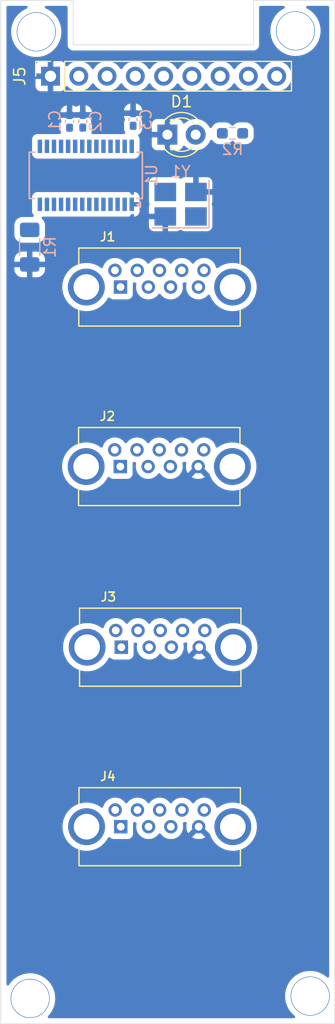
<source format=kicad_pcb>
(kicad_pcb (version 20240108) (generator "pcbnew") (generator_version "8.0")
  (layers (0 "F.Cu" signal) (31 "B.Cu" signal) (34 "B.Paste" user) (35 "F.Paste" user) (36 "B.SilkS" user "B.Silkscreen") (37 "F.SilkS" user "F.Silkscreen") (38 "B.Mask" user) (39 "F.Mask" user) (44 "Edge.Cuts" user))
  (net 0 "")
  (net 1 "GND")
  (net 2 "+5V")
  (net 3 "Net-(U1-OVCJ)")
  (net 4 "Net-(U1-VD18)")
  (net 5 "Net-(D1-A)")
  (net 6 "VCC")
  (net 7 "Net-(J5-Pin_2)")
  (net 8 "Net-(J5-Pin_3)")
  (net 9 "Net-(J2-D+)")
  (net 10 "Net-(J2-D-)")
  (net 11 "DM4")
  (net 12 "Net-(J3-D-)")
  (net 13 "Net-(J3-D+)")
  (net 14 "DP4")
  (net 15 "Net-(J4-D-)")
  (net 16 "Net-(J4-D+)")
  (net 17 "Net-(U1-REXT)")
  (net 19 "Net-(U1-XOUT)")
  (net 21 "Net-(U1-XIN)")
  (net 30 "3.0 GND")
  (net 31 "RX-")
  (net 33 "TX +")
  (net 34 "RX +")
  (net 35 "TX -")
  (footprint "SS-52000-004:BEL_SS-52000-004" (layer "F.Cu") (at 132.57 111.64)
    (property "Reference" "J4" (at -4.66 -4.508 0) (layer "F.SilkS") (effects (font (size 0.8 0.8))))
    (property "Value" "USB3_A")
    (fp_line (start -7.25 -3.5) (end 7.25 -3.5) (stroke (width 0.127)) (layer "F.SilkS"))
    (fp_line (start -7.25 -2) (end -7.25 -3.5) (stroke (width 0.127)) (layer "F.SilkS"))
    (fp_line (start -7.25 3.5) (end -7.25 2) (stroke (width 0.127)) (layer "F.SilkS"))
    (fp_line (start 7.25 -3.5) (end 7.25 -2) (stroke (width 0.127)) (layer "F.SilkS"))
    (fp_line (start 7.25 2) (end 7.25 3.5) (stroke (width 0.127)) (layer "F.SilkS"))
    (fp_line (start 7.25 3.5) (end -7.25 3.5) (stroke (width 0.127)) (layer "F.SilkS"))
    (pad "1" thru_hole rect (at -3.5 0) (size 1.208 1.208) (drill 0.7) (layers "*.Cu" "*.Mask") (net 6 "VCC"))
    (pad "2" thru_hole circle (at -1 0) (size 1.208 1.208) (drill 0.7) (layers "*.Cu" "*.Mask") (net 15 "Net-(J4-D-)"))
    (pad "3" thru_hole circle (at 1 0) (size 1.208 1.208) (drill 0.7) (layers "*.Cu" "*.Mask") (net 16 "Net-(J4-D+)"))
    (pad "4" thru_hole circle (at 3.5 0) (size 1.208 1.208) (drill 0.7) (layers "*.Cu" "*.Mask") (net 1 "GND"))
    (pad "5" thru_hole circle (at 4 -1.5) (size 1.208 1.208) (drill 0.7) (layers "*.Cu" "*.Mask"))
    (pad "6" thru_hole circle (at 2 -1.5) (size 1.208 1.208) (drill 0.7) (layers "*.Cu" "*.Mask"))
    (pad "7" thru_hole circle (at 0 -1.5) (size 1.208 1.208) (drill 0.7) (layers "*.Cu" "*.Mask"))
    (pad "8" thru_hole circle (at -2 -1.5) (size 1.208 1.208) (drill 0.7) (layers "*.Cu" "*.Mask"))
    (pad "9" thru_hole circle (at -4 -1.5) (size 1.208 1.208) (drill 0.7) (layers "*.Cu" "*.Mask"))
    (pad "S1" thru_hole circle (at -6.57 0) (size 3.316 3.316) (drill 2.3) (layers "*.Cu" "*.Mask"))
    (pad "S2" thru_hole circle (at 6.57 0) (size 3.316 3.316) (drill 2.3) (layers "*.Cu" "*.Mask"))
  )
  (footprint "LED_THT:LED_D3.0mm_Clear" (layer "F.Cu") (at 133.26 49.57)
    (property "Reference" "D1" (at 1.27 -2.96 0) (layer "F.SilkS"))
    (property "Value" "LED")
    (fp_line (start -0.29 -1.236) (end -0.29 -1.08) (stroke (width 0.12)) (layer "F.SilkS"))
    (fp_line (start -0.29 1.08) (end -0.29 1.236) (stroke (width 0.12)) (layer "F.SilkS"))
    (fp_arc (start -0.29 -1.235516) (mid 1.366487 -1.987659) (end 2.942335 -1.078608) (stroke (width 0.12)) (layer "F.SilkS"))
    (fp_arc (start 0.229039 -1.08) (mid 1.270117 -1.5) (end 2.31113 -1.079837) (stroke (width 0.12)) (layer "F.SilkS"))
    (fp_arc (start 2.31113 1.079837) (mid 1.270117 1.5) (end 0.229039 1.08) (stroke (width 0.12)) (layer "F.SilkS"))
    (fp_arc (start 2.942335 1.078608) (mid 1.366487 1.987659) (end -0.29 1.235516) (stroke (width 0.12)) (layer "F.SilkS"))
    (pad "1" thru_hole rect (at 0 0) (size 1.8 1.8) (drill 0.9) (layers "*.Cu" "*.Mask") (net 1 "GND"))
    (pad "2" thru_hole circle (at 2.54 0) (size 1.8 1.8) (drill 0.9) (layers "*.Cu" "*.Mask") (net 5 "Net-(D1-A)"))
  )
  (footprint "SS-52000-004:BEL_SS-52000-004" (layer "F.Cu") (at 132.53 79.34)
    (property "Reference" "J2" (at -4.66 -4.508 0) (layer "F.SilkS") (effects (font (size 0.8 0.8))))
    (property "Value" "USB3_A")
    (fp_line (start -7.25 -3.5) (end 7.25 -3.5) (stroke (width 0.127)) (layer "F.SilkS"))
    (fp_line (start -7.25 -2) (end -7.25 -3.5) (stroke (width 0.127)) (layer "F.SilkS"))
    (fp_line (start -7.25 3.5) (end -7.25 2) (stroke (width 0.127)) (layer "F.SilkS"))
    (fp_line (start 7.25 -3.5) (end 7.25 -2) (stroke (width 0.127)) (layer "F.SilkS"))
    (fp_line (start 7.25 2) (end 7.25 3.5) (stroke (width 0.127)) (layer "F.SilkS"))
    (fp_line (start 7.25 3.5) (end -7.25 3.5) (stroke (width 0.127)) (layer "F.SilkS"))
    (pad "1" thru_hole rect (at -3.5 0) (size 1.208 1.208) (drill 0.7) (layers "*.Cu" "*.Mask") (net 6 "VCC"))
    (pad "2" thru_hole circle (at -1 0) (size 1.208 1.208) (drill 0.7) (layers "*.Cu" "*.Mask") (net 10 "Net-(J2-D-)"))
    (pad "3" thru_hole circle (at 1 0) (size 1.208 1.208) (drill 0.7) (layers "*.Cu" "*.Mask") (net 9 "Net-(J2-D+)"))
    (pad "4" thru_hole circle (at 3.5 0) (size 1.208 1.208) (drill 0.7) (layers "*.Cu" "*.Mask") (net 1 "GND"))
    (pad "5" thru_hole circle (at 4 -1.5) (size 1.208 1.208) (drill 0.7) (layers "*.Cu" "*.Mask"))
    (pad "6" thru_hole circle (at 2 -1.5) (size 1.208 1.208) (drill 0.7) (layers "*.Cu" "*.Mask"))
    (pad "7" thru_hole circle (at 0 -1.5) (size 1.208 1.208) (drill 0.7) (layers "*.Cu" "*.Mask"))
    (pad "8" thru_hole circle (at -2 -1.5) (size 1.208 1.208) (drill 0.7) (layers "*.Cu" "*.Mask"))
    (pad "9" thru_hole circle (at -4 -1.5) (size 1.208 1.208) (drill 0.7) (layers "*.Cu" "*.Mask"))
    (pad "S1" thru_hole circle (at -6.57 0) (size 3.316 3.316) (drill 2.3) (layers "*.Cu" "*.Mask"))
    (pad "S2" thru_hole circle (at 6.57 0) (size 3.316 3.316) (drill 2.3) (layers "*.Cu" "*.Mask"))
  )
  (footprint "SS-52000-004:BEL_SS-52000-004" (layer "F.Cu") (at 132.55 63.24)
    (property "Reference" "J1" (at -4.66 -4.508 0) (layer "F.SilkS") (effects (font (size 0.8 0.8))))
    (property "Value" "USB3_A")
    (fp_line (start -7.25 -3.5) (end 7.25 -3.5) (stroke (width 0.127)) (layer "F.SilkS"))
    (fp_line (start -7.25 -2) (end -7.25 -3.5) (stroke (width 0.127)) (layer "F.SilkS"))
    (fp_line (start -7.25 3.5) (end -7.25 2) (stroke (width 0.127)) (layer "F.SilkS"))
    (fp_line (start 7.25 -3.5) (end 7.25 -2) (stroke (width 0.127)) (layer "F.SilkS"))
    (fp_line (start 7.25 2) (end 7.25 3.5) (stroke (width 0.127)) (layer "F.SilkS"))
    (fp_line (start 7.25 3.5) (end -7.25 3.5) (stroke (width 0.127)) (layer "F.SilkS"))
    (pad "1" thru_hole rect (at -3.5 0) (size 1.208 1.208) (drill 0.7) (layers "*.Cu" "*.Mask") (net 6 "VCC"))
    (pad "2" thru_hole circle (at -1 0) (size 1.208 1.208) (drill 0.7) (layers "*.Cu" "*.Mask") (net 11 "DM4"))
    (pad "3" thru_hole circle (at 1 0) (size 1.208 1.208) (drill 0.7) (layers "*.Cu" "*.Mask") (net 14 "DP4"))
    (pad "4" thru_hole circle (at 3.5 0) (size 1.208 1.208) (drill 0.7) (layers "*.Cu" "*.Mask") (net 30 "3.0 GND"))
    (pad "5" thru_hole circle (at 4 -1.5) (size 1.208 1.208) (drill 0.7) (layers "*.Cu" "*.Mask") (net 31 "RX-"))
    (pad "6" thru_hole circle (at 2 -1.5) (size 1.208 1.208) (drill 0.7) (layers "*.Cu" "*.Mask") (net 34 "RX +"))
    (pad "7" thru_hole circle (at 0 -1.5) (size 1.208 1.208) (drill 0.7) (layers "*.Cu" "*.Mask"))
    (pad "8" thru_hole circle (at -2 -1.5) (size 1.208 1.208) (drill 0.7) (layers "*.Cu" "*.Mask") (net 35 "TX -"))
    (pad "9" thru_hole circle (at -4 -1.5) (size 1.208 1.208) (drill 0.7) (layers "*.Cu" "*.Mask") (net 33 "TX +"))
    (pad "S1" thru_hole circle (at -6.57 0) (size 3.316 3.316) (drill 2.3) (layers "*.Cu" "*.Mask"))
    (pad "S2" thru_hole circle (at 6.57 0) (size 3.316 3.316) (drill 2.3) (layers "*.Cu" "*.Mask"))
  )
  (footprint "SS-52000-004:BEL_SS-52000-004" (layer "F.Cu") (at 132.62 95.54)
    (property "Reference" "J3" (at -4.66 -4.508 0) (layer "F.SilkS") (effects (font (size 0.8 0.8))))
    (property "Value" "USB3_A")
    (fp_line (start -7.25 -3.5) (end 7.25 -3.5) (stroke (width 0.127)) (layer "F.SilkS"))
    (fp_line (start -7.25 -2) (end -7.25 -3.5) (stroke (width 0.127)) (layer "F.SilkS"))
    (fp_line (start -7.25 3.5) (end -7.25 2) (stroke (width 0.127)) (layer "F.SilkS"))
    (fp_line (start 7.25 -3.5) (end 7.25 -2) (stroke (width 0.127)) (layer "F.SilkS"))
    (fp_line (start 7.25 2) (end 7.25 3.5) (stroke (width 0.127)) (layer "F.SilkS"))
    (fp_line (start 7.25 3.5) (end -7.25 3.5) (stroke (width 0.127)) (layer "F.SilkS"))
    (pad "1" thru_hole rect (at -3.5 0) (size 1.208 1.208) (drill 0.7) (layers "*.Cu" "*.Mask") (net 6 "VCC"))
    (pad "2" thru_hole circle (at -1 0) (size 1.208 1.208) (drill 0.7) (layers "*.Cu" "*.Mask") (net 12 "Net-(J3-D-)"))
    (pad "3" thru_hole circle (at 1 0) (size 1.208 1.208) (drill 0.7) (layers "*.Cu" "*.Mask") (net 13 "Net-(J3-D+)"))
    (pad "4" thru_hole circle (at 3.5 0) (size 1.208 1.208) (drill 0.7) (layers "*.Cu" "*.Mask") (net 1 "GND"))
    (pad "5" thru_hole circle (at 4 -1.5) (size 1.208 1.208) (drill 0.7) (layers "*.Cu" "*.Mask"))
    (pad "6" thru_hole circle (at 2 -1.5) (size 1.208 1.208) (drill 0.7) (layers "*.Cu" "*.Mask"))
    (pad "7" thru_hole circle (at 0 -1.5) (size 1.208 1.208) (drill 0.7) (layers "*.Cu" "*.Mask"))
    (pad "8" thru_hole circle (at -2 -1.5) (size 1.208 1.208) (drill 0.7) (layers "*.Cu" "*.Mask"))
    (pad "9" thru_hole circle (at -4 -1.5) (size 1.208 1.208) (drill 0.7) (layers "*.Cu" "*.Mask"))
    (pad "S1" thru_hole circle (at -6.57 0) (size 3.316 3.316) (drill 2.3) (layers "*.Cu" "*.Mask"))
    (pad "S2" thru_hole circle (at 6.57 0) (size 3.316 3.316) (drill 2.3) (layers "*.Cu" "*.Mask"))
  )
  (footprint "Connector_PinSocket_2.54mm:PinSocket_1x09_P2.54mm_Vertical" (layer "F.Cu") (at 122.76 44.33 90)
    (property "Reference" "J5" (at 0 -2.77 90) (layer "F.SilkS"))
    (property "Value" "Conn_01x09_Socket")
    (fp_line (start 1.33 -1.33) (end 1.33 0) (stroke (width 0.12)) (layer "F.SilkS"))
    (fp_line (start 0 -1.33) (end 1.33 -1.33) (stroke (width 0.12)) (layer "F.SilkS"))
    (fp_line (start 1.33 1.27) (end 1.33 21.65) (stroke (width 0.12)) (layer "F.SilkS"))
    (fp_line (start -1.33 1.27) (end 1.33 1.27) (stroke (width 0.12)) (layer "F.SilkS"))
    (fp_line (start -1.33 1.27) (end -1.33 21.65) (stroke (width 0.12)) (layer "F.SilkS"))
    (fp_line (start -1.33 21.65) (end 1.33 21.65) (stroke (width 0.12)) (layer "F.SilkS"))
    (pad "1" thru_hole rect (at 0 0 90) (size 1.7 1.7) (drill 1) (layers "*.Cu" "*.Mask") (net 1 "GND"))
    (pad "2" thru_hole oval (at 0 2.54 90) (size 1.7 1.7) (drill 1) (layers "*.Cu" "*.Mask") (net 7 "Net-(J5-Pin_2)"))
    (pad "3" thru_hole oval (at 0 5.08 90) (size 1.7 1.7) (drill 1) (layers "*.Cu" "*.Mask") (net 8 "Net-(J5-Pin_3)"))
    (pad "4" thru_hole oval (at 0 7.62 90) (size 1.7 1.7) (drill 1) (layers "*.Cu" "*.Mask") (net 34 "RX +"))
    (pad "5" thru_hole oval (at 0 10.16 90) (size 1.7 1.7) (drill 1) (layers "*.Cu" "*.Mask") (net 31 "RX-"))
    (pad "6" thru_hole oval (at 0 12.7 90) (size 1.7 1.7) (drill 1) (layers "*.Cu" "*.Mask") (net 33 "TX +"))
    (pad "7" thru_hole oval (at 0 15.24 90) (size 1.7 1.7) (drill 1) (layers "*.Cu" "*.Mask") (net 35 "TX -"))
    (pad "8" thru_hole oval (at 0 17.78 90) (size 1.7 1.7) (drill 1) (layers "*.Cu" "*.Mask") (net 30 "3.0 GND"))
    (pad "9" thru_hole oval (at 0 20.32 90) (size 1.7 1.7) (drill 1) (layers "*.Cu" "*.Mask") (net 6 "VCC"))
  )
  (footprint "Capacitor_SMD:C_0402_1005Metric_Pad0.74x0.62mm_HandSolder" (layer "B.Cu") (at 130.18 48.2125 90)
    (property "Reference" "C3" (at 0 1.16 90) (layer "B.SilkS") (effects (justify mirror)))
    (property "Value" "100uF")
    (fp_line (start 0.115835 -0.36) (end -0.115835 -0.36) (stroke (width 0.12)) (layer "B.SilkS"))
    (fp_line (start 0.115835 0.36) (end -0.115835 0.36) (stroke (width 0.12)) (layer "B.SilkS"))
    (pad "1" smd roundrect (at -0.5675 0 90) (size 0.735 0.62) (layers "B.Cu" "B.Paste" "B.Mask") (net 4 "Net-(U1-VD18)"))
    (pad "2" smd roundrect (at 0.5675 0 90) (size 0.735 0.62) (layers "B.Cu" "B.Paste" "B.Mask") (net 1 "GND"))
  )
  (footprint "Resistor_SMD:R_1206_3216Metric_Pad1.30x1.75mm_HandSolder" (layer "B.Cu") (at 120.89 59.66 90)
    (property "Reference" "R1" (at 0 1.82 90) (layer "B.SilkS") (effects (justify mirror)))
    (property "Value" "2.7K")
    (fp_line (start 0.727064 -0.91) (end -0.727064 -0.91) (stroke (width 0.12)) (layer "B.SilkS"))
    (fp_line (start 0.727064 0.91) (end -0.727064 0.91) (stroke (width 0.12)) (layer "B.SilkS"))
    (pad "1" smd roundrect (at -1.55 0 90) (size 1.3 1.75) (layers "B.Cu" "B.Paste" "B.Mask") (roundrect_rratio 0.192308) (net 1 "GND"))
    (pad "2" smd roundrect (at 1.55 0 90) (size 1.3 1.75) (layers "B.Cu" "B.Paste" "B.Mask") (roundrect_rratio 0.192308) (net 17 "Net-(U1-REXT)"))
  )
  (footprint "Capacitor_SMD:C_0402_1005Metric_Pad0.74x0.62mm_HandSolder" (layer "B.Cu") (at 124.47 48.38 90)
    (property "Reference" "C1" (at 0.05 -1.33 90) (layer "B.SilkS") (effects (justify mirror)))
    (property "Value" "100uF")
    (fp_line (start 0.115835 -0.36) (end -0.115835 -0.36) (stroke (width 0.12)) (layer "B.SilkS"))
    (fp_line (start 0.115835 0.36) (end -0.115835 0.36) (stroke (width 0.12)) (layer "B.SilkS"))
    (pad "1" smd roundrect (at -0.5675 0 90) (size 0.735 0.62) (layers "B.Cu" "B.Paste" "B.Mask") (net 2 "+5V"))
    (pad "2" smd roundrect (at 0.5675 0 90) (size 0.735 0.62) (layers "B.Cu" "B.Paste" "B.Mask") (net 1 "GND"))
  )
  (footprint "Oscillator:Oscillator_SMD_Abracon_ASE-4Pin_3.2x2.5mm_HandSoldering" (layer "B.Cu") (at 134.45 55.81 180)
    (property "Reference" "Y1" (at 0 2.925 360) (layer "B.SilkS") (effects (justify mirror)))
    (property "Value" "Crystal_GND24")
    (fp_line (start 2.55 -2.125) (end -2.55 -2.125) (stroke (width 0.12)) (layer "B.SilkS"))
    (fp_line (start -2.55 -2.125) (end -2.55 2.125) (stroke (width 0.12)) (layer "B.SilkS"))
    (pad "1" smd rect (at -1.375 -1.1 180) (size 1.95 1.65) (layers "B.Cu" "B.Paste" "B.Mask") (net 21 "Net-(U1-XIN)"))
    (pad "2" smd rect (at 1.375 -1.1 180) (size 1.95 1.65) (layers "B.Cu" "B.Paste" "B.Mask") (net 1 "GND"))
    (pad "3" smd rect (at 1.375 1.1 180) (size 1.95 1.65) (layers "B.Cu" "B.Paste" "B.Mask") (net 19 "Net-(U1-XOUT)"))
    (pad "4" smd rect (at -1.375 1.1 180) (size 1.95 1.65) (layers "B.Cu" "B.Paste" "B.Mask") (net 1 "GND"))
  )
  (footprint "Package_SO:SSOP-28_3.9x9.9mm_P0.635mm" (layer "B.Cu") (at 125.93 53.22 90)
    (property "Reference" "U1" (at 0 5.9 90) (layer "B.SilkS") (effects (justify mirror)))
    (property "Value" "FE1.1s")
    (fp_line (start 2.075 -5.08) (end -2.075 -5.08) (stroke (width 0.15)) (layer "B.SilkS"))
    (fp_line (start 2.075 -4.6) (end 2.075 -5.08) (stroke (width 0.15)) (layer "B.SilkS"))
    (fp_line (start -2.075 -4.6) (end -2.075 -5.08) (stroke (width 0.15)) (layer "B.SilkS"))
    (fp_line (start 2.075 4.6) (end 2.075 5.08) (stroke (width 0.15)) (layer "B.SilkS"))
    (fp_line (start -2.075 4.6) (end -2.075 5.08) (stroke (width 0.15)) (layer "B.SilkS"))
    (fp_line (start 2.075 5.08) (end -2.075 5.08) (stroke (width 0.15)) (layer "B.SilkS"))
    (fp_poly (pts (xy -2.6375 4.6) (xy -2.8775 4.93) (xy -2.3975 4.93) (xy -2.6375 4.6)) (stroke (width 0.12)) (fill solid) (layer "B.SilkS"))
    (pad "1" smd rect (at -2.6 4.1275 90) (size 1.2 0.4) (layers "B.Cu" "B.Paste" "B.Mask") (net 1 "GND"))
    (pad "2" smd rect (at -2.6 3.4925 90) (size 1.2 0.4) (layers "B.Cu" "B.Paste" "B.Mask") (net 19 "Net-(U1-XOUT)"))
    (pad "3" smd rect (at -2.6 2.8575 90) (size 1.2 0.4) (layers "B.Cu" "B.Paste" "B.Mask") (net 21 "Net-(U1-XIN)"))
    (pad "4" smd rect (at -2.6 2.2225 90) (size 1.2 0.4) (layers "B.Cu" "B.Paste" "B.Mask") (net 11 "DM4"))
    (pad "5" smd rect (at -2.6 1.5875 90) (size 1.2 0.4) (layers "B.Cu" "B.Paste" "B.Mask") (net 14 "DP4"))
    (pad "6" smd rect (at -2.6 0.9525 90) (size 1.2 0.4) (layers "B.Cu" "B.Paste" "B.Mask") (net 10 "Net-(J2-D-)"))
    (pad "7" smd rect (at -2.6 0.3175 90) (size 1.2 0.4) (layers "B.Cu" "B.Paste" "B.Mask") (net 9 "Net-(J2-D+)"))
    (pad "8" smd rect (at -2.6 -0.3175 90) (size 1.2 0.4) (layers "B.Cu" "B.Paste" "B.Mask") (net 12 "Net-(J3-D-)"))
    (pad "9" smd rect (at -2.6 -0.9525 90) (size 1.2 0.4) (layers "B.Cu" "B.Paste" "B.Mask") (net 13 "Net-(J3-D+)"))
    (pad "10" smd rect (at -2.6 -1.5875 90) (size 1.2 0.4) (layers "B.Cu" "B.Paste" "B.Mask") (net 15 "Net-(J4-D-)"))
    (pad "11" smd rect (at -2.6 -2.2225 90) (size 1.2 0.4) (layers "B.Cu" "B.Paste" "B.Mask") (net 16 "Net-(J4-D+)"))
    (pad "12" smd rect (at -2.6 -2.8575 90) (size 1.2 0.4) (layers "B.Cu" "B.Paste" "B.Mask"))
    (pad "13" smd rect (at -2.6 -3.4925 90) (size 1.2 0.4) (layers "B.Cu" "B.Paste" "B.Mask"))
    (pad "14" smd rect (at -2.6 -4.1275 90) (size 1.2 0.4) (layers "B.Cu" "B.Paste" "B.Mask") (net 17 "Net-(U1-REXT)"))
    (pad "15" smd rect (at 2.6 -4.1275 90) (size 1.2 0.4) (layers "B.Cu" "B.Paste" "B.Mask") (net 7 "Net-(J5-Pin_2)"))
    (pad "16" smd rect (at 2.6 -3.4925 90) (size 1.2 0.4) (layers "B.Cu" "B.Paste" "B.Mask") (net 8 "Net-(J5-Pin_3)"))
    (pad "17" smd rect (at 2.6 -2.8575 90) (size 1.2 0.4) (layers "B.Cu" "B.Paste" "B.Mask"))
    (pad "18" smd rect (at 2.6 -2.2225 90) (size 1.2 0.4) (layers "B.Cu" "B.Paste" "B.Mask"))
    (pad "19" smd rect (at 2.6 -1.5875 90) (size 1.2 0.4) (layers "B.Cu" "B.Paste" "B.Mask"))
    (pad "20" smd rect (at 2.6 -0.9525 90) (size 1.2 0.4) (layers "B.Cu" "B.Paste" "B.Mask") (net 2 "+5V"))
    (pad "21" smd rect (at 2.6 -0.3175 90) (size 1.2 0.4) (layers "B.Cu" "B.Paste" "B.Mask") (net 3 "Net-(U1-OVCJ)"))
    (pad "22" smd rect (at 2.6 0.3175 90) (size 1.2 0.4) (layers "B.Cu" "B.Paste" "B.Mask"))
    (pad "23" smd rect (at 2.6 0.9525 90) (size 1.2 0.4) (layers "B.Cu" "B.Paste" "B.Mask"))
    (pad "24" smd rect (at 2.6 1.5875 90) (size 1.2 0.4) (layers "B.Cu" "B.Paste" "B.Mask"))
    (pad "25" smd rect (at 2.6 2.2225 90) (size 1.2 0.4) (layers "B.Cu" "B.Paste" "B.Mask"))
    (pad "26" smd rect (at 2.6 2.8575 90) (size 1.2 0.4) (layers "B.Cu" "B.Paste" "B.Mask") (net 3 "Net-(U1-OVCJ)"))
    (pad "27" smd rect (at 2.6 3.4925 90) (size 1.2 0.4) (layers "B.Cu" "B.Paste" "B.Mask"))
    (pad "28" smd rect (at 2.6 4.1275 90) (size 1.2 0.4) (layers "B.Cu" "B.Paste" "B.Mask") (net 4 "Net-(U1-VD18)"))
  )
  (footprint "Resistor_SMD:R_0603_1608Metric_Pad0.98x0.95mm_HandSolder" (layer "B.Cu") (at 139.11 49.45)
    (property "Reference" "R2" (at 0 1.43 360) (layer "B.SilkS") (effects (justify mirror)))
    (property "Value" "1K")
    (fp_line (start 0.254724 -0.5225) (end -0.254724 -0.5225) (stroke (width 0.12)) (layer "B.SilkS"))
    (fp_line (start 0.254724 0.5225) (end -0.254724 0.5225) (stroke (width 0.12)) (layer "B.SilkS"))
    (pad "1" smd roundrect (at -0.9125 0) (size 0.975 0.95) (layers "B.Cu" "B.Paste" "B.Mask") (net 5 "Net-(D1-A)"))
    (pad "2" smd roundrect (at 0.9125 0) (size 0.975 0.95) (layers "B.Cu" "B.Paste" "B.Mask") (net 6 "VCC"))
  )
  (footprint "Capacitor_SMD:C_0402_1005Metric_Pad0.74x0.62mm_HandSolder" (layer "B.Cu") (at 125.66 48.37 90)
    (property "Reference" "C2" (at 0 1.16 90) (layer "B.SilkS") (effects (justify mirror)))
    (property "Value" "100uF")
    (fp_line (start 0.115835 -0.36) (end -0.115835 -0.36) (stroke (width 0.12)) (layer "B.SilkS"))
    (fp_line (start 0.115835 0.36) (end -0.115835 0.36) (stroke (width 0.12)) (layer "B.SilkS"))
    (pad "1" smd roundrect (at -0.5675 0 90) (size 0.735 0.62) (layers "B.Cu" "B.Paste" "B.Mask") (net 3 "Net-(U1-OVCJ)"))
    (pad "2" smd roundrect (at 0.5675 0 90) (size 0.735 0.62) (layers "B.Cu" "B.Paste" "B.Mask") (net 1 "GND"))
  )
  (gr_line (start 124.8 41.52) (end 141 41.52) (stroke (width 0.05)) (layer "Edge.Cuts"))
  (gr_line (start 141 41.52) (end 141 37.52) (stroke (width 0.05)) (layer "Edge.Cuts"))
  (gr_line (start 118.3 37.52) (end 118.3 129.32) (stroke (width 0.05)) (layer "Edge.Cuts"))
  (gr_line (start 148.3 129.32) (end 148.3 37.52) (stroke (width 0.05)) (layer "Edge.Cuts"))
  (gr_line (start 118.3 129.32) (end 148.3 129.32) (stroke (width 0.05)) (layer "Edge.Cuts"))
  (gr_line (start 124.8 37.52) (end 124.8 41.52) (stroke (width 0.05)) (layer "Edge.Cuts"))
  (gr_line (start 148.3 37.52) (end 141 37.52) (stroke (width 0.05)) (layer "Edge.Cuts"))
  (gr_line (start 118.3 37.52) (end 124.8 37.52) (stroke (width 0.05)) (layer "Edge.Cuts"))
  (via (at 120.93 127.04) (size 3.5) (drill 3.4) (layers "F.Cu" "B.Cu") (net 0))
  (via (at 121.48 40.35) (size 3.5) (drill 3.4) (layers "F.Cu" "B.Cu") (net 0))
  (via (at 146.09 126.83) (size 3.5) (drill 3.4) (layers "F.Cu" "B.Cu") (net 0))
  (via (at 144.77 40.26) (size 3.5) (drill 3.4) (layers "F.Cu" "B.Cu") (net 0))
  (zone (net 1) (net_name "GND") (layer "B.Cu") (connect_pads (clearance 0.5)) (min_thickness 0.25) (fill yes (thermal_gap 0.5) (thermal_bridge_width 0.5))
    (polygon (pts (xy 118.3 37.53) (xy 118.31 129.31) (xy 148.3 129.31) (xy 148.3 37.52) (xy 141.02 37.51) (xy 141 41.51) (xy 124.81 41.51) (xy 124.8 37.52)))
  )
)
</source>
